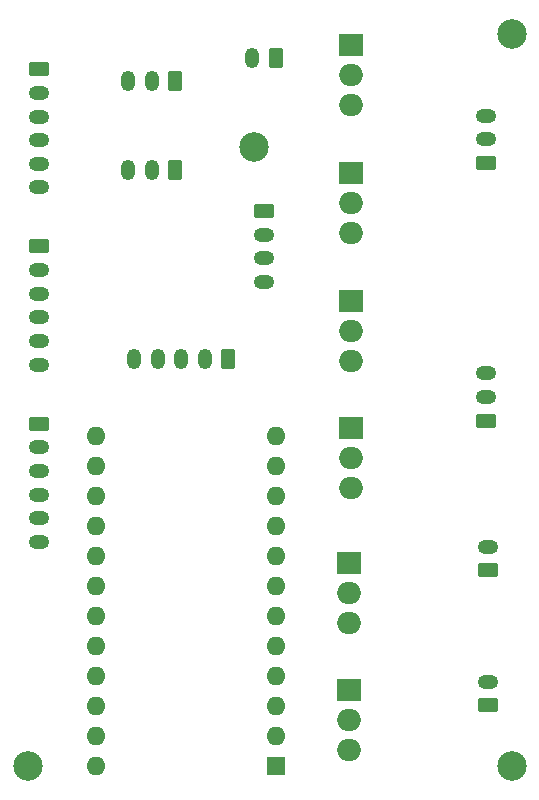
<source format=gbr>
%TF.GenerationSoftware,KiCad,Pcbnew,(6.0.9)*%
%TF.CreationDate,2023-01-21T09:36:01-09:00*%
%TF.ProjectId,CONTROLLER_Throttle,434f4e54-524f-44c4-9c45-525f5468726f,rev?*%
%TF.SameCoordinates,Original*%
%TF.FileFunction,Soldermask,Bot*%
%TF.FilePolarity,Negative*%
%FSLAX46Y46*%
G04 Gerber Fmt 4.6, Leading zero omitted, Abs format (unit mm)*
G04 Created by KiCad (PCBNEW (6.0.9)) date 2023-01-21 09:36:01*
%MOMM*%
%LPD*%
G01*
G04 APERTURE LIST*
G04 Aperture macros list*
%AMRoundRect*
0 Rectangle with rounded corners*
0 $1 Rounding radius*
0 $2 $3 $4 $5 $6 $7 $8 $9 X,Y pos of 4 corners*
0 Add a 4 corners polygon primitive as box body*
4,1,4,$2,$3,$4,$5,$6,$7,$8,$9,$2,$3,0*
0 Add four circle primitives for the rounded corners*
1,1,$1+$1,$2,$3*
1,1,$1+$1,$4,$5*
1,1,$1+$1,$6,$7*
1,1,$1+$1,$8,$9*
0 Add four rect primitives between the rounded corners*
20,1,$1+$1,$2,$3,$4,$5,0*
20,1,$1+$1,$4,$5,$6,$7,0*
20,1,$1+$1,$6,$7,$8,$9,0*
20,1,$1+$1,$8,$9,$2,$3,0*%
G04 Aperture macros list end*
%ADD10R,2.000000X1.905000*%
%ADD11O,2.000000X1.905000*%
%ADD12RoundRect,0.250000X0.350000X0.625000X-0.350000X0.625000X-0.350000X-0.625000X0.350000X-0.625000X0*%
%ADD13O,1.200000X1.750000*%
%ADD14RoundRect,0.250000X-0.625000X0.350000X-0.625000X-0.350000X0.625000X-0.350000X0.625000X0.350000X0*%
%ADD15O,1.750000X1.200000*%
%ADD16RoundRect,0.250000X0.625000X-0.350000X0.625000X0.350000X-0.625000X0.350000X-0.625000X-0.350000X0*%
%ADD17R,1.600000X1.600000*%
%ADD18O,1.600000X1.600000*%
%ADD19C,2.500000*%
G04 APERTURE END LIST*
D10*
%TO.C,Q1*%
X30190500Y-47766000D03*
D11*
X30190500Y-50306000D03*
X30190500Y-52846000D03*
%TD*%
D10*
%TO.C,Q3*%
X30190500Y-58561000D03*
D11*
X30190500Y-61101000D03*
X30190500Y-63641000D03*
%TD*%
D10*
%TO.C,Q10*%
X30347000Y-36381000D03*
D11*
X30347000Y-38921000D03*
X30347000Y-41461000D03*
%TD*%
D10*
%TO.C,Q9*%
X30347000Y-25586000D03*
D11*
X30347000Y-28126000D03*
X30347000Y-30666000D03*
%TD*%
D10*
%TO.C,Q6*%
X30347000Y-14751000D03*
D11*
X30347000Y-17291000D03*
X30347000Y-19831000D03*
%TD*%
D10*
%TO.C,Q5*%
X30347000Y-3956000D03*
D11*
X30347000Y-6496000D03*
X30347000Y-9036000D03*
%TD*%
D12*
%TO.C,J4*%
X20000000Y-30500000D03*
D13*
X18000000Y-30500000D03*
X16000000Y-30500000D03*
X14000000Y-30500000D03*
X12000000Y-30500000D03*
%TD*%
D14*
%TO.C,J5*%
X23000000Y-18000000D03*
D15*
X23000000Y-20000000D03*
X23000000Y-22000000D03*
X23000000Y-24000000D03*
%TD*%
D12*
%TO.C,J8*%
X24000000Y-5000000D03*
D13*
X22000000Y-5000000D03*
%TD*%
D16*
%TO.C,J10*%
X42000000Y-59831000D03*
D15*
X42000000Y-57831000D03*
%TD*%
D16*
%TO.C,J9*%
X42000000Y-48401000D03*
D15*
X42000000Y-46401000D03*
%TD*%
D16*
%TO.C,J12*%
X41777000Y-35746000D03*
D15*
X41777000Y-33746000D03*
X41777000Y-31746000D03*
%TD*%
D16*
%TO.C,J11*%
X41777000Y-13925500D03*
D15*
X41777000Y-11925500D03*
X41777000Y-9925500D03*
%TD*%
D12*
%TO.C,J7*%
X15500000Y-14500000D03*
D13*
X13500000Y-14500000D03*
X11500000Y-14500000D03*
%TD*%
D12*
%TO.C,J6*%
X15500000Y-7000000D03*
D13*
X13500000Y-7000000D03*
X11500000Y-7000000D03*
%TD*%
D14*
%TO.C,J3*%
X4000000Y-6000000D03*
D15*
X4000000Y-8000000D03*
X4000000Y-10000000D03*
X4000000Y-12000000D03*
X4000000Y-14000000D03*
X4000000Y-16000000D03*
%TD*%
D14*
%TO.C,J2*%
X4000000Y-21000000D03*
D15*
X4000000Y-23000000D03*
X4000000Y-25000000D03*
X4000000Y-27000000D03*
X4000000Y-29000000D03*
X4000000Y-31000000D03*
%TD*%
D14*
%TO.C,J1*%
X4000000Y-36000000D03*
D15*
X4000000Y-38000000D03*
X4000000Y-40000000D03*
X4000000Y-42000000D03*
X4000000Y-44000000D03*
X4000000Y-46000000D03*
%TD*%
D17*
%TO.C,U1*%
X24000000Y-65000000D03*
D18*
X24000000Y-62460000D03*
X24000000Y-59920000D03*
X24000000Y-57380000D03*
X24000000Y-54840000D03*
X24000000Y-52300000D03*
X24000000Y-49760000D03*
X24000000Y-47220000D03*
X24000000Y-44680000D03*
X24000000Y-42140000D03*
X24000000Y-39600000D03*
X24000000Y-37060000D03*
X8760000Y-37060000D03*
X8760000Y-39600000D03*
X8760000Y-42140000D03*
X8760000Y-44680000D03*
X8760000Y-47220000D03*
X8760000Y-49760000D03*
X8760000Y-52300000D03*
X8760000Y-54840000D03*
X8760000Y-57380000D03*
X8760000Y-59920000D03*
X8760000Y-62460000D03*
X8760000Y-65000000D03*
%TD*%
D19*
%TO.C,H4*%
X22148000Y-12604000D03*
%TD*%
%TO.C,H3*%
X3000000Y-65000000D03*
%TD*%
%TO.C,H2*%
X44000000Y-3000000D03*
%TD*%
%TO.C,H1*%
X44000000Y-65000000D03*
%TD*%
M02*

</source>
